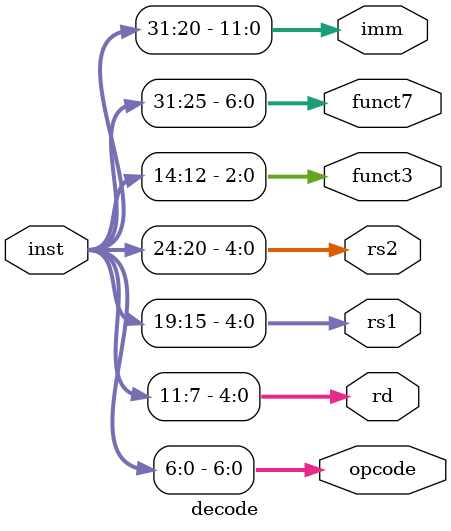
<source format=v>
`default_nettype none

module decode(input [31:0] inst,
              output [6:0] opcode,
              output [4:0] rd,
              output [4:0] rs1,
              output [4:0] rs2,
              output [2:0] funct3,
              output [6:0] funct7,
              output [11:0] imm);

   assign opcode = inst[6:0];
   assign rd = inst[11:7];
   assign funct3 = inst[14:12];
   assign rs1 = inst[19:15];
   assign rs2 = inst[24:20];
   assign funct7 = inst[31:25];

   assign imm = inst[31:20];

endmodule // decode

</source>
